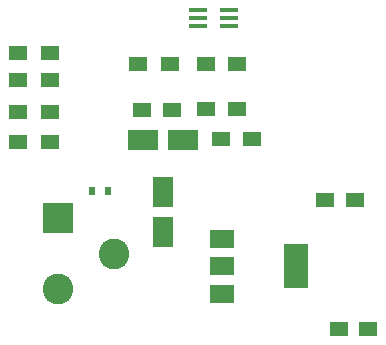
<source format=gbr>
G04 #@! TF.FileFunction,Soldermask,Bot*
%FSLAX46Y46*%
G04 Gerber Fmt 4.6, Leading zero omitted, Abs format (unit mm)*
G04 Created by KiCad (PCBNEW 4.0.6+dfsg1-1) date Sun Oct 29 21:06:04 2017*
%MOMM*%
%LPD*%
G01*
G04 APERTURE LIST*
%ADD10C,0.100000*%
%ADD11R,1.500000X1.250000*%
%ADD12R,2.600000X1.800000*%
%ADD13R,1.800000X2.600000*%
%ADD14R,0.600000X0.700000*%
%ADD15R,2.600000X2.600000*%
%ADD16C,2.600000*%
%ADD17R,1.500000X1.300000*%
%ADD18R,1.500000X0.400000*%
%ADD19R,2.000000X3.800000*%
%ADD20R,2.000000X1.500000*%
G04 APERTURE END LIST*
D10*
D11*
X184511000Y-137414000D03*
X182011000Y-137414000D03*
X180868000Y-126492000D03*
X183368000Y-126492000D03*
D12*
X165432000Y-121412000D03*
X168832000Y-121412000D03*
D11*
X165374000Y-118872000D03*
X167874000Y-118872000D03*
D13*
X167132000Y-125808000D03*
X167132000Y-129208000D03*
D14*
X161098000Y-125730000D03*
X162498000Y-125730000D03*
D15*
X158242000Y-128016000D03*
D16*
X158242000Y-134016000D03*
X162942000Y-131016000D03*
D17*
X165020000Y-114935000D03*
X167720000Y-114935000D03*
X173435000Y-114935000D03*
X170735000Y-114935000D03*
X173435000Y-118745000D03*
X170735000Y-118745000D03*
X154860000Y-118999000D03*
X157560000Y-118999000D03*
X154860000Y-121539000D03*
X157560000Y-121539000D03*
X154860000Y-116332000D03*
X157560000Y-116332000D03*
X154860000Y-114046000D03*
X157560000Y-114046000D03*
X174705000Y-121285000D03*
X172005000Y-121285000D03*
D18*
X172716500Y-110411500D03*
X172716500Y-111061500D03*
X172716500Y-111711500D03*
X170056500Y-111711500D03*
X170056500Y-111061500D03*
X170056500Y-110411500D03*
D19*
X178410000Y-132080000D03*
D20*
X172110000Y-132080000D03*
X172110000Y-129780000D03*
X172110000Y-134380000D03*
M02*

</source>
